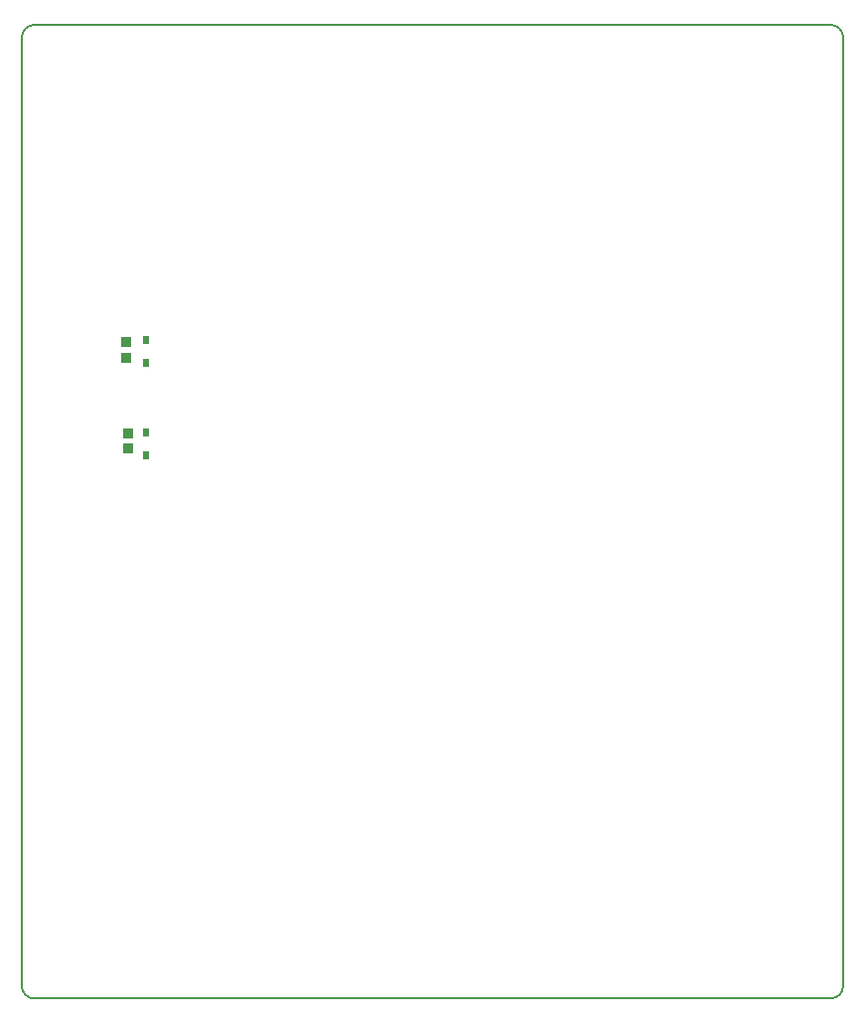
<source format=gbp>
G04*
G04 #@! TF.GenerationSoftware,Altium Limited,Altium Designer,20.0.10 (225)*
G04*
G04 Layer_Color=128*
%FSLAX25Y25*%
%MOIN*%
G70*
G01*
G75*
%ADD10C,0.00787*%
%ADD22R,0.03740X0.03347*%
%ADD87R,0.01968X0.03150*%
D10*
X422874Y1236606D02*
G03*
X427016Y1240748I0J4142D01*
G01*
X151350D02*
G03*
X155492Y1236606I4142J0D01*
G01*
X427016Y1558858D02*
G03*
X422874Y1563000I-4142J0D01*
G01*
X155492Y1562992D02*
G03*
X151350Y1558850I0J-4142D01*
G01*
X427000Y1240555D02*
Y1558858D01*
X155488Y1236610D02*
X423055D01*
X151350Y1240748D02*
Y1558850D01*
X155492Y1562992D02*
X422874D01*
D22*
X187000Y1426059D02*
D03*
Y1420941D02*
D03*
X186500Y1456559D02*
D03*
Y1451441D02*
D03*
D87*
X193000Y1426437D02*
D03*
Y1418563D02*
D03*
Y1457437D02*
D03*
Y1449563D02*
D03*
M02*

</source>
